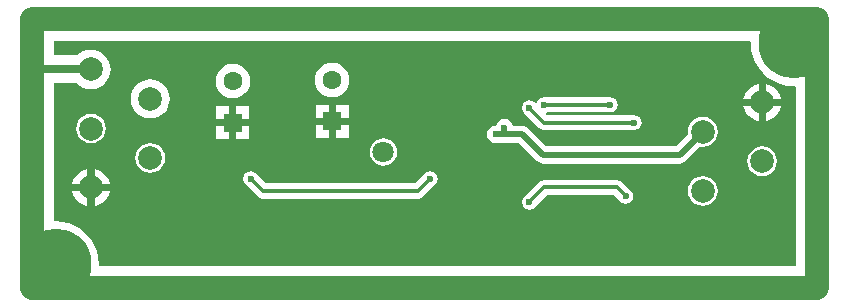
<source format=gbl>
G04*
G04 #@! TF.GenerationSoftware,Altium Limited,Altium Designer,18.0.7 (293)*
G04*
G04 Layer_Physical_Order=2*
G04 Layer_Color=16711680*
%FSLAX44Y44*%
%MOMM*%
G71*
G01*
G75*
%ADD11C,0.3500*%
%ADD41C,2.0000*%
%ADD42C,0.6500*%
%ADD43C,0.5500*%
%ADD44C,6.0000*%
%ADD45C,1.6000*%
%ADD46R,1.6000X1.6000*%
%ADD47C,2.0000*%
%ADD48C,1.8000*%
%ADD49C,0.6000*%
G36*
X620925Y220478D02*
X620887Y220000D01*
X621338Y214272D01*
X622679Y208686D01*
X624878Y203378D01*
X627880Y198479D01*
X631611Y194111D01*
X635979Y190380D01*
X640878Y187378D01*
X646186Y185179D01*
X651773Y183838D01*
X657500Y183387D01*
X657978Y183425D01*
X658911Y182563D01*
Y31089D01*
X69937D01*
X69075Y32022D01*
X69113Y32500D01*
X68662Y38228D01*
X67321Y43814D01*
X65122Y49122D01*
X62120Y54021D01*
X58389Y58389D01*
X54021Y62120D01*
X49122Y65122D01*
X43814Y67321D01*
X38228Y68662D01*
X32500Y69113D01*
X32022Y69075D01*
X31089Y69937D01*
Y185541D01*
X50828D01*
X53185Y183606D01*
X56051Y182074D01*
X59161Y181131D01*
X62396Y180812D01*
X65631Y181131D01*
X68741Y182074D01*
X71607Y183606D01*
X74120Y185668D01*
X76182Y188181D01*
X77714Y191047D01*
X78657Y194157D01*
X78976Y197392D01*
X78657Y200627D01*
X77714Y203737D01*
X76182Y206603D01*
X74120Y209116D01*
X71607Y211178D01*
X68741Y212710D01*
X65631Y213653D01*
X62396Y213972D01*
X59161Y213653D01*
X56051Y212710D01*
X53185Y211178D01*
X50828Y209243D01*
X31089D01*
Y221411D01*
X620063D01*
X620925Y220478D01*
D02*
G37*
%LPC*%
G36*
X266506Y203114D02*
X262721Y202615D01*
X259194Y201154D01*
X256165Y198830D01*
X253841Y195801D01*
X252380Y192274D01*
X251881Y188489D01*
X252380Y184703D01*
X253841Y181176D01*
X256165Y178147D01*
X259194Y175823D01*
X262721Y174362D01*
X266506Y173864D01*
X270292Y174362D01*
X273819Y175823D01*
X276848Y178147D01*
X279172Y181176D01*
X280633Y184703D01*
X281131Y188489D01*
X280633Y192274D01*
X279172Y195801D01*
X276848Y198830D01*
X273819Y201154D01*
X270292Y202615D01*
X266506Y203114D01*
D02*
G37*
G36*
X182500Y202125D02*
X178715Y201627D01*
X175187Y200166D01*
X172159Y197841D01*
X169834Y194813D01*
X168373Y191285D01*
X167875Y187500D01*
X168373Y183715D01*
X169834Y180187D01*
X172159Y177158D01*
X175187Y174834D01*
X178715Y173373D01*
X182500Y172875D01*
X186285Y173373D01*
X189813Y174834D01*
X192841Y177158D01*
X195166Y180187D01*
X196627Y183715D01*
X197125Y187500D01*
X196627Y191285D01*
X195166Y194813D01*
X192841Y197841D01*
X189813Y200166D01*
X186285Y201627D01*
X182500Y202125D01*
D02*
G37*
G36*
X633604Y185247D02*
Y172465D01*
X646386D01*
X646373Y172602D01*
X645458Y175618D01*
X643972Y178397D01*
X641973Y180833D01*
X639536Y182833D01*
X636757Y184319D01*
X633741Y185233D01*
X633604Y185247D01*
D02*
G37*
G36*
X627604D02*
X627467Y185233D01*
X624451Y184319D01*
X621672Y182833D01*
X619235Y180833D01*
X617236Y178397D01*
X615750Y175618D01*
X614836Y172602D01*
X614822Y172465D01*
X627604D01*
Y185247D01*
D02*
G37*
G36*
X501998Y173872D02*
X446150D01*
X443711Y173387D01*
X441644Y172006D01*
X440263Y169939D01*
X440104Y169142D01*
X438889Y168773D01*
X438156Y169506D01*
X436089Y170887D01*
X433650Y171372D01*
X431211Y170887D01*
X429144Y169506D01*
X427763Y167439D01*
X427278Y165000D01*
X427763Y162561D01*
X429144Y160494D01*
X441644Y147994D01*
X443711Y146613D01*
X446150Y146128D01*
X522500D01*
X524939Y146613D01*
X527006Y147994D01*
X528387Y150061D01*
X528872Y152500D01*
X528387Y154939D01*
X527006Y157006D01*
X524939Y158387D01*
X522500Y158872D01*
X448789D01*
X447708Y159954D01*
X448194Y161128D01*
X501998D01*
X504437Y161613D01*
X506504Y162994D01*
X507886Y165061D01*
X508371Y167500D01*
X507886Y169939D01*
X506504Y172006D01*
X504437Y173387D01*
X501998Y173872D01*
D02*
G37*
G36*
X280506Y167489D02*
X269506D01*
Y156489D01*
X280506D01*
Y167489D01*
D02*
G37*
G36*
X263506D02*
X252507D01*
Y156489D01*
X263506D01*
Y167489D01*
D02*
G37*
G36*
X112604Y189118D02*
X109369Y188799D01*
X106259Y187856D01*
X103393Y186324D01*
X100880Y184262D01*
X98818Y181749D01*
X97286Y178883D01*
X96343Y175773D01*
X96024Y172538D01*
X96343Y169303D01*
X97286Y166193D01*
X98818Y163327D01*
X100880Y160814D01*
X103393Y158752D01*
X106259Y157220D01*
X109369Y156277D01*
X112604Y155958D01*
X115839Y156277D01*
X118949Y157220D01*
X121815Y158752D01*
X124328Y160814D01*
X126390Y163327D01*
X127922Y166193D01*
X128865Y169303D01*
X129184Y172538D01*
X128865Y175773D01*
X127922Y178883D01*
X126390Y181749D01*
X124328Y184262D01*
X121815Y186324D01*
X118949Y187856D01*
X115839Y188799D01*
X112604Y189118D01*
D02*
G37*
G36*
X196500Y166500D02*
X185500D01*
Y155500D01*
X196500D01*
Y166500D01*
D02*
G37*
G36*
X179500D02*
X168500D01*
Y155500D01*
X179500D01*
Y166500D01*
D02*
G37*
G36*
X646386Y166465D02*
X633604D01*
Y153683D01*
X633741Y153696D01*
X636757Y154612D01*
X639536Y156097D01*
X641973Y158097D01*
X643972Y160533D01*
X645458Y163312D01*
X646373Y166329D01*
X646386Y166465D01*
D02*
G37*
G36*
X627604D02*
X614822D01*
X614836Y166329D01*
X615750Y163312D01*
X617236Y160533D01*
X619235Y158097D01*
X621672Y156097D01*
X624451Y154612D01*
X627467Y153696D01*
X627604Y153683D01*
Y166465D01*
D02*
G37*
G36*
X280506Y150489D02*
X269506D01*
Y139489D01*
X280506D01*
Y150489D01*
D02*
G37*
G36*
X263506D02*
X252507D01*
Y139489D01*
X263506D01*
Y150489D01*
D02*
G37*
G36*
X196500Y149500D02*
X185500D01*
Y138500D01*
X196500D01*
Y149500D01*
D02*
G37*
G36*
X179500D02*
X168500D01*
Y138500D01*
X179500D01*
Y149500D01*
D02*
G37*
G36*
X62396Y160000D02*
X59133Y159570D01*
X56092Y158311D01*
X53481Y156307D01*
X51477Y153696D01*
X50218Y150655D01*
X49788Y147392D01*
X50218Y144129D01*
X51477Y141088D01*
X53481Y138477D01*
X56092Y136473D01*
X59133Y135214D01*
X62396Y134784D01*
X65659Y135214D01*
X68700Y136473D01*
X71311Y138477D01*
X73315Y141088D01*
X74574Y144129D01*
X75004Y147392D01*
X74574Y150655D01*
X73315Y153696D01*
X71311Y156307D01*
X68700Y158311D01*
X65659Y159570D01*
X62396Y160000D01*
D02*
G37*
G36*
X580396Y157181D02*
X577133Y156751D01*
X574092Y155492D01*
X571481Y153488D01*
X569477Y150877D01*
X568218Y147836D01*
X567788Y144573D01*
X568052Y142570D01*
X557794Y132312D01*
X448029D01*
X432671Y147671D01*
X431156Y148833D01*
X429393Y149563D01*
X427500Y149813D01*
X427500Y149812D01*
X419574D01*
X419563Y149891D01*
X418833Y151655D01*
X417671Y153169D01*
X416156Y154331D01*
X414393Y155062D01*
X412500Y155311D01*
X410607Y155062D01*
X408844Y154331D01*
X407329Y153169D01*
X406167Y151655D01*
X405437Y149891D01*
X405426Y149812D01*
X405000D01*
X403107Y149563D01*
X401344Y148833D01*
X399829Y147671D01*
X398667Y146156D01*
X397937Y144393D01*
X397687Y142500D01*
X397937Y140607D01*
X398667Y138844D01*
X399829Y137329D01*
X401344Y136167D01*
X403107Y135437D01*
X405000Y135188D01*
X424471D01*
X439829Y119829D01*
X439829Y119829D01*
X441344Y118667D01*
X443107Y117937D01*
X444054Y117812D01*
X445000Y117687D01*
X445000Y117688D01*
X560823D01*
X560823Y117687D01*
X562716Y117937D01*
X564479Y118667D01*
X565994Y119829D01*
X578393Y132229D01*
X580396Y131965D01*
X583659Y132395D01*
X586700Y133654D01*
X589311Y135658D01*
X591315Y138269D01*
X592574Y141310D01*
X593004Y144573D01*
X592574Y147836D01*
X591315Y150877D01*
X589311Y153488D01*
X586700Y155492D01*
X583659Y156751D01*
X580396Y157181D01*
D02*
G37*
G36*
X310000Y139099D02*
X306998Y138704D01*
X304200Y137545D01*
X301798Y135702D01*
X299955Y133300D01*
X298796Y130502D01*
X298401Y127500D01*
X298796Y124498D01*
X299955Y121700D01*
X301798Y119298D01*
X304200Y117455D01*
X306998Y116296D01*
X310000Y115901D01*
X313002Y116296D01*
X315800Y117455D01*
X318202Y119298D01*
X320045Y121700D01*
X321204Y124498D01*
X321599Y127500D01*
X321204Y130502D01*
X320045Y133300D01*
X318202Y135702D01*
X315800Y137545D01*
X313002Y138704D01*
X310000Y139099D01*
D02*
G37*
G36*
X112604Y135108D02*
X109341Y134678D01*
X106300Y133419D01*
X103689Y131415D01*
X101685Y128804D01*
X100426Y125763D01*
X99996Y122500D01*
X100426Y119237D01*
X101685Y116196D01*
X103689Y113585D01*
X106300Y111581D01*
X109341Y110322D01*
X112604Y109892D01*
X115867Y110322D01*
X118908Y111581D01*
X121519Y113585D01*
X123523Y116196D01*
X124782Y119237D01*
X125212Y122500D01*
X124782Y125763D01*
X123523Y128804D01*
X121519Y131415D01*
X118908Y133419D01*
X115867Y134678D01*
X112604Y135108D01*
D02*
G37*
G36*
X630604Y132289D02*
X627341Y131859D01*
X624300Y130600D01*
X621689Y128596D01*
X619685Y125985D01*
X618426Y122944D01*
X617996Y119681D01*
X618426Y116418D01*
X619685Y113377D01*
X621689Y110766D01*
X624300Y108762D01*
X627341Y107503D01*
X630604Y107073D01*
X633867Y107503D01*
X636908Y108762D01*
X639519Y110766D01*
X641523Y113377D01*
X642782Y116418D01*
X643212Y119681D01*
X642782Y122944D01*
X641523Y125985D01*
X639519Y128596D01*
X636908Y130600D01*
X633867Y131859D01*
X630604Y132289D01*
D02*
G37*
G36*
X349500Y111372D02*
X347061Y110887D01*
X344994Y109506D01*
X336395Y100907D01*
X210604D01*
X202006Y109506D01*
X199939Y110887D01*
X197500Y111372D01*
X195061Y110887D01*
X192994Y109506D01*
X191613Y107439D01*
X191128Y105000D01*
X191613Y102561D01*
X192994Y100494D01*
X203459Y90029D01*
X205526Y88648D01*
X207965Y88163D01*
X339035D01*
X341474Y88648D01*
X343541Y90029D01*
X354006Y100494D01*
X355387Y102561D01*
X355872Y105000D01*
X355387Y107439D01*
X354006Y109506D01*
X351939Y110887D01*
X349500Y111372D01*
D02*
G37*
G36*
X65396Y113390D02*
Y100608D01*
X78178D01*
X78165Y100745D01*
X77250Y103761D01*
X75764Y106540D01*
X73764Y108976D01*
X71328Y110976D01*
X68549Y112462D01*
X65532Y113377D01*
X65396Y113390D01*
D02*
G37*
G36*
X59396Y113390D02*
X59259Y113377D01*
X56243Y112462D01*
X53464Y110976D01*
X51027Y108976D01*
X49028Y106540D01*
X47542Y103761D01*
X46627Y100745D01*
X46614Y100608D01*
X59396D01*
Y113390D01*
D02*
G37*
G36*
X507500Y103872D02*
X446150D01*
X443711Y103387D01*
X441644Y102006D01*
X429144Y89506D01*
X427763Y87439D01*
X427278Y85000D01*
X427763Y82561D01*
X429144Y80494D01*
X431211Y79113D01*
X433650Y78628D01*
X436089Y79113D01*
X438156Y80494D01*
X448789Y91128D01*
X504860D01*
X510494Y85494D01*
X512561Y84113D01*
X515000Y83628D01*
X517439Y84113D01*
X519506Y85494D01*
X520887Y87561D01*
X521372Y90000D01*
X520887Y92439D01*
X519506Y94506D01*
X512006Y102006D01*
X509939Y103387D01*
X507500Y103872D01*
D02*
G37*
G36*
X580396Y107143D02*
X577133Y106713D01*
X574092Y105454D01*
X571481Y103450D01*
X569477Y100839D01*
X568218Y97798D01*
X567788Y94535D01*
X568218Y91272D01*
X569477Y88231D01*
X571481Y85620D01*
X574092Y83616D01*
X577133Y82357D01*
X580396Y81927D01*
X583659Y82357D01*
X586700Y83616D01*
X589311Y85620D01*
X591315Y88231D01*
X592574Y91272D01*
X593004Y94535D01*
X592574Y97798D01*
X591315Y100839D01*
X589311Y103450D01*
X586700Y105454D01*
X583659Y106713D01*
X580396Y107143D01*
D02*
G37*
G36*
X59396Y94608D02*
X46614D01*
X46627Y94472D01*
X47542Y91455D01*
X49028Y88676D01*
X51027Y86240D01*
X53464Y84240D01*
X56243Y82754D01*
X59259Y81840D01*
X59396Y81826D01*
Y94608D01*
D02*
G37*
G36*
X78178D02*
X65396D01*
Y81826D01*
X65532Y81840D01*
X68549Y82754D01*
X71328Y84240D01*
X73764Y86240D01*
X75764Y88676D01*
X77250Y91455D01*
X78165Y94472D01*
X78178Y94608D01*
D02*
G37*
%LPD*%
D11*
X647500Y75000D02*
Y134105D01*
X630604Y151001D02*
X647500Y134105D01*
X630604Y151001D02*
Y169465D01*
X68722Y72500D02*
X182500D01*
X62396Y78826D02*
X68722Y72500D01*
X62396Y78826D02*
Y97608D01*
X10108Y197392D02*
X12500D01*
X10108D02*
X12500Y195000D01*
X642500Y70000D02*
X647500Y75000D01*
X182500Y72500D02*
X210000D01*
X182500D02*
X182500Y72500D01*
Y152500D01*
X183489Y153489D01*
X266506D01*
X380000Y152500D02*
Y174552D01*
Y120500D02*
Y152500D01*
X379011Y153489D02*
X380000Y152500D01*
X266506Y153489D02*
X379011D01*
X380000Y120500D02*
X385500Y115000D01*
X380000Y174552D02*
X387948Y182500D01*
X395000D01*
X405000Y172500D01*
X415000Y182500D01*
X507500D01*
X520535Y169465D01*
X630604D01*
X462002Y85000D02*
X489875D01*
X505125Y70000D02*
X642500D01*
X490000Y85125D02*
X505125Y70000D01*
X489875Y85000D02*
X490000Y85125D01*
X437002Y60000D02*
X462002Y85000D01*
X425000Y60000D02*
X437002D01*
X408850Y76150D02*
X425000Y60000D01*
X365498Y76150D02*
X408850D01*
X365498Y94998D02*
X385500Y115000D01*
X365498Y76150D02*
Y94998D01*
X270000Y72500D02*
X361848D01*
X210000D02*
X270000D01*
X361848D02*
X365498Y76150D01*
X446150Y152500D02*
X522500D01*
X197500Y105000D02*
X207965Y94535D01*
X339035D01*
X349500Y105000D01*
X446150Y97500D02*
X507500D01*
X446150Y167500D02*
X501998D01*
X433650Y165000D02*
X446150Y152500D01*
X507500Y97500D02*
X515000Y90000D01*
X433650Y85000D02*
X446150Y97500D01*
D41*
X12500Y12500D02*
Y195000D01*
Y12500D02*
X677500D01*
X12500Y240000D02*
X677500D01*
Y12500D02*
Y240000D01*
X12500Y195000D02*
Y197392D01*
Y240000D01*
D42*
Y197392D02*
X62396D01*
D43*
X412500Y142500D02*
X427500D01*
X405000D02*
X412500D01*
Y147998D01*
X445000Y125000D02*
X560823D01*
X427500Y142500D02*
X445000Y125000D01*
X560823D02*
X580396Y144573D01*
D44*
X32500Y32500D02*
D03*
X657500Y220000D02*
D03*
D45*
X266506Y188489D02*
D03*
X182500Y187500D02*
D03*
D46*
X266506Y153489D02*
D03*
X182500Y152500D02*
D03*
D47*
X62396Y197392D02*
D03*
Y97608D02*
D03*
X112604Y122500D02*
D03*
X62396Y147392D02*
D03*
X112604Y172538D02*
D03*
X580396Y94535D02*
D03*
X630604Y119681D02*
D03*
X580396Y144573D02*
D03*
X630604Y169465D02*
D03*
D48*
X310000Y127500D02*
D03*
D49*
X653501Y151001D02*
D03*
Y81001D02*
D03*
X636001Y46001D02*
D03*
X601001Y186001D02*
D03*
X618501Y151001D02*
D03*
Y81001D02*
D03*
X601001Y46001D02*
D03*
X566001Y186001D02*
D03*
Y46001D02*
D03*
X531001Y186001D02*
D03*
X548501Y151001D02*
D03*
Y81001D02*
D03*
X531001Y46001D02*
D03*
X496001Y186001D02*
D03*
Y46001D02*
D03*
X461001D02*
D03*
X426001D02*
D03*
X408501Y81001D02*
D03*
X391001Y46001D02*
D03*
X356001D02*
D03*
X321001Y186001D02*
D03*
Y46001D02*
D03*
X303501Y151001D02*
D03*
X286001Y116001D02*
D03*
Y46001D02*
D03*
X251001D02*
D03*
X233501Y151001D02*
D03*
X216001Y116001D02*
D03*
Y46001D02*
D03*
X181001D02*
D03*
X163501Y151001D02*
D03*
X146001Y46001D02*
D03*
X128501Y151001D02*
D03*
X111001Y46001D02*
D03*
X93501Y151001D02*
D03*
Y81001D02*
D03*
X76001Y46001D02*
D03*
X41001Y116001D02*
D03*
X380000Y174552D02*
D03*
X490000Y85125D02*
D03*
X477500D02*
D03*
X467500Y108000D02*
D03*
X425000Y60000D02*
D03*
X405000Y172500D02*
D03*
X385500Y115000D02*
D03*
X365498Y76150D02*
D03*
X270000Y72500D02*
D03*
X244500Y112500D02*
D03*
X210000Y72500D02*
D03*
X405000Y142500D02*
D03*
X412500Y147998D02*
D03*
X522500Y152500D02*
D03*
X197500Y105000D02*
D03*
X349500D02*
D03*
X501998Y167500D02*
D03*
X446150D02*
D03*
X433650Y165000D02*
D03*
X515000Y90000D02*
D03*
X433650Y85000D02*
D03*
X462002Y85000D02*
D03*
M02*

</source>
